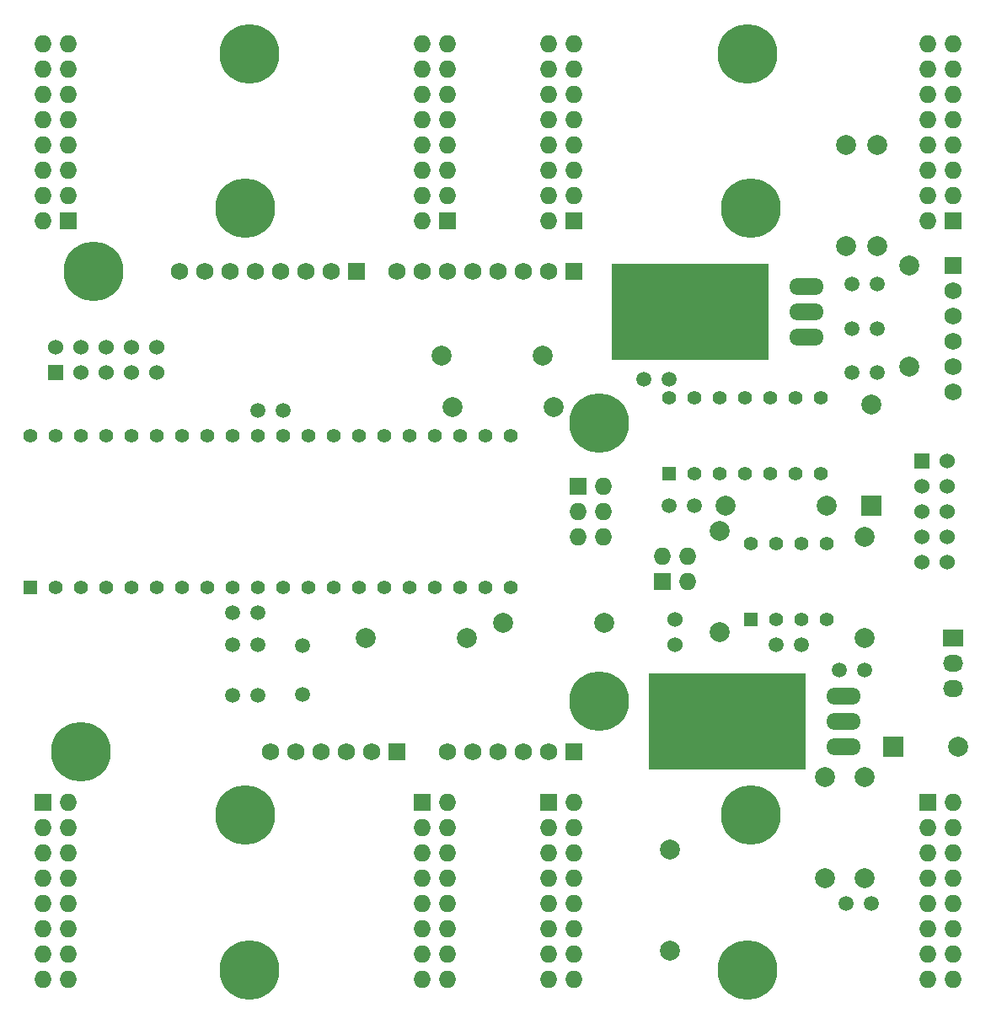
<source format=gts>
%FSLAX46Y46*%
G04 Gerber Fmt 4.6, Leading zero omitted, Abs format (unit mm)*
G04 Created by KiCad (PCBNEW (2014-jul-16 BZR unknown)-product) date Fri 03 Oct 2014 09:52:35 PM PDT*
%MOMM*%
G01*
G04 APERTURE LIST*
%ADD10C,0.150000*%
%ADD11C,1.501140*%
%ADD12C,1.998980*%
%ADD13R,1.998980X1.998980*%
%ADD14C,1.524000*%
%ADD15C,6.000000*%
%ADD16R,2.032000X1.727200*%
%ADD17O,2.032000X1.727200*%
%ADD18R,1.727200X1.727200*%
%ADD19O,1.727200X1.727200*%
%ADD20C,1.727200*%
%ADD21R,1.524000X1.524000*%
%ADD22O,3.500120X1.699260*%
%ADD23R,15.748000X9.652000*%
%ADD24R,1.397000X1.397000*%
%ADD25C,1.397000*%
G04 APERTURE END LIST*
D10*
D11*
X114300000Y-57785000D03*
X111760000Y-57785000D03*
X52070000Y-89535000D03*
X49530000Y-89535000D03*
X111760000Y-53340000D03*
X114300000Y-53340000D03*
X52070000Y-94615000D03*
X49530000Y-94615000D03*
X113030000Y-92075000D03*
X110490000Y-92075000D03*
X111125000Y-115570000D03*
X113665000Y-115570000D03*
X95885000Y-75565000D03*
X93345000Y-75565000D03*
X111760000Y-62230000D03*
X114300000Y-62230000D03*
X93345000Y-62865000D03*
X90805000Y-62865000D03*
X106680000Y-89535000D03*
X104140000Y-89535000D03*
X54610000Y-66040000D03*
X52070000Y-66040000D03*
X52070000Y-86360000D03*
X49530000Y-86360000D03*
D12*
X113665000Y-65405000D03*
D13*
X113665000Y-75565000D03*
D14*
X93980000Y-86995000D03*
X93980000Y-89535000D03*
D15*
X86360000Y-67310000D03*
X35560000Y-52070000D03*
X86360000Y-95250000D03*
X34290000Y-100330000D03*
X50800000Y-106680000D03*
X101200001Y-30199990D03*
X51199999Y-30199990D03*
X101200001Y-122200010D03*
X51199999Y-122200010D03*
X101600000Y-106680000D03*
X50800000Y-45720000D03*
X101600000Y-45720000D03*
D16*
X121920000Y-88900000D03*
D17*
X121920000Y-91440000D03*
X121920000Y-93980000D03*
D18*
X92710000Y-83185000D03*
D19*
X92710000Y-80645000D03*
X95250000Y-83185000D03*
X95250000Y-80645000D03*
D18*
X84201000Y-73660000D03*
D19*
X86741000Y-73660000D03*
X84201000Y-76200000D03*
X86741000Y-76200000D03*
X84201000Y-78740000D03*
X86741000Y-78740000D03*
D18*
X61976000Y-52070000D03*
D20*
X59436000Y-52070000D03*
X56896000Y-52070000D03*
X54356000Y-52070000D03*
X51816000Y-52070000D03*
X49276000Y-52070000D03*
X46736000Y-52070000D03*
X44196000Y-52070000D03*
D18*
X83820000Y-52070000D03*
D20*
X81280000Y-52070000D03*
X78740000Y-52070000D03*
X76200000Y-52070000D03*
X73660000Y-52070000D03*
X71120000Y-52070000D03*
X68580000Y-52070000D03*
X66040000Y-52070000D03*
D18*
X83820000Y-100330000D03*
D20*
X81280000Y-100330000D03*
X78740000Y-100330000D03*
X76200000Y-100330000D03*
X73660000Y-100330000D03*
X71120000Y-100330000D03*
D18*
X66040000Y-100330000D03*
D20*
X63500000Y-100330000D03*
X60960000Y-100330000D03*
X58420000Y-100330000D03*
X55880000Y-100330000D03*
X53340000Y-100330000D03*
D18*
X30480000Y-105410000D03*
D19*
X33020000Y-105410000D03*
X30480000Y-107950000D03*
X33020000Y-107950000D03*
X30480000Y-110490000D03*
X33020000Y-110490000D03*
X30480000Y-113030000D03*
X33020000Y-113030000D03*
X30480000Y-115570000D03*
X33020000Y-115570000D03*
X30480000Y-118110000D03*
X33020000Y-118110000D03*
X30480000Y-120650000D03*
X33020000Y-120650000D03*
X30480000Y-123190000D03*
X33020000Y-123190000D03*
D18*
X68580000Y-105410000D03*
D19*
X71120000Y-105410000D03*
X68580000Y-107950000D03*
X71120000Y-107950000D03*
X68580000Y-110490000D03*
X71120000Y-110490000D03*
X68580000Y-113030000D03*
X71120000Y-113030000D03*
X68580000Y-115570000D03*
X71120000Y-115570000D03*
X68580000Y-118110000D03*
X71120000Y-118110000D03*
X68580000Y-120650000D03*
X71120000Y-120650000D03*
X68580000Y-123190000D03*
X71120000Y-123190000D03*
D21*
X118745000Y-71120000D03*
D14*
X121285000Y-71120000D03*
X118745000Y-73660000D03*
X121285000Y-73660000D03*
X118745000Y-76200000D03*
X121285000Y-76200000D03*
X118745000Y-78740000D03*
X121285000Y-78740000D03*
X118745000Y-81280000D03*
X121285000Y-81280000D03*
D18*
X121920000Y-51435000D03*
D20*
X121920000Y-53975000D03*
X121920000Y-56515000D03*
X121920000Y-59055000D03*
X121920000Y-61595000D03*
X121920000Y-64135000D03*
D18*
X81280000Y-105410000D03*
D19*
X83820000Y-105410000D03*
X81280000Y-107950000D03*
X83820000Y-107950000D03*
X81280000Y-110490000D03*
X83820000Y-110490000D03*
X81280000Y-113030000D03*
X83820000Y-113030000D03*
X81280000Y-115570000D03*
X83820000Y-115570000D03*
X81280000Y-118110000D03*
X83820000Y-118110000D03*
X81280000Y-120650000D03*
X83820000Y-120650000D03*
X81280000Y-123190000D03*
X83820000Y-123190000D03*
D18*
X119380000Y-105410000D03*
D19*
X121920000Y-105410000D03*
X119380000Y-107950000D03*
X121920000Y-107950000D03*
X119380000Y-110490000D03*
X121920000Y-110490000D03*
X119380000Y-113030000D03*
X121920000Y-113030000D03*
X119380000Y-115570000D03*
X121920000Y-115570000D03*
X119380000Y-118110000D03*
X121920000Y-118110000D03*
X119380000Y-120650000D03*
X121920000Y-120650000D03*
X119380000Y-123190000D03*
X121920000Y-123190000D03*
D18*
X71120000Y-46990000D03*
D19*
X68580000Y-46990000D03*
X71120000Y-44450000D03*
X68580000Y-44450000D03*
X71120000Y-41910000D03*
X68580000Y-41910000D03*
X71120000Y-39370000D03*
X68580000Y-39370000D03*
X71120000Y-36830000D03*
X68580000Y-36830000D03*
X71120000Y-34290000D03*
X68580000Y-34290000D03*
X71120000Y-31750000D03*
X68580000Y-31750000D03*
X71120000Y-29210000D03*
X68580000Y-29210000D03*
D18*
X33020000Y-46990000D03*
D19*
X30480000Y-46990000D03*
X33020000Y-44450000D03*
X30480000Y-44450000D03*
X33020000Y-41910000D03*
X30480000Y-41910000D03*
X33020000Y-39370000D03*
X30480000Y-39370000D03*
X33020000Y-36830000D03*
X30480000Y-36830000D03*
X33020000Y-34290000D03*
X30480000Y-34290000D03*
X33020000Y-31750000D03*
X30480000Y-31750000D03*
X33020000Y-29210000D03*
X30480000Y-29210000D03*
D18*
X121920000Y-46990000D03*
D19*
X119380000Y-46990000D03*
X121920000Y-44450000D03*
X119380000Y-44450000D03*
X121920000Y-41910000D03*
X119380000Y-41910000D03*
X121920000Y-39370000D03*
X119380000Y-39370000D03*
X121920000Y-36830000D03*
X119380000Y-36830000D03*
X121920000Y-34290000D03*
X119380000Y-34290000D03*
X121920000Y-31750000D03*
X119380000Y-31750000D03*
X121920000Y-29210000D03*
X119380000Y-29210000D03*
D18*
X83820000Y-46990000D03*
D19*
X81280000Y-46990000D03*
X83820000Y-44450000D03*
X81280000Y-44450000D03*
X83820000Y-41910000D03*
X81280000Y-41910000D03*
X83820000Y-39370000D03*
X81280000Y-39370000D03*
X83820000Y-36830000D03*
X81280000Y-36830000D03*
X83820000Y-34290000D03*
X81280000Y-34290000D03*
X83820000Y-31750000D03*
X81280000Y-31750000D03*
X83820000Y-29210000D03*
X81280000Y-29210000D03*
D21*
X31750000Y-62230000D03*
D14*
X31750000Y-59690000D03*
X34290000Y-62230000D03*
X34290000Y-59690000D03*
X36830000Y-62230000D03*
X36830000Y-59690000D03*
X39370000Y-62230000D03*
X39370000Y-59690000D03*
X41910000Y-62230000D03*
X41910000Y-59690000D03*
D12*
X113030000Y-88900000D03*
X113030000Y-78740000D03*
X111125000Y-49530000D03*
X111125000Y-39370000D03*
X114300000Y-49530000D03*
X114300000Y-39370000D03*
X81724500Y-65659000D03*
X71564500Y-65659000D03*
X99060000Y-75565000D03*
X109220000Y-75565000D03*
X98425000Y-88265000D03*
X98425000Y-78105000D03*
X113030000Y-113030000D03*
X113030000Y-102870000D03*
X117475000Y-51435000D03*
X117475000Y-61595000D03*
X62865000Y-88900000D03*
X73025000Y-88900000D03*
X80645000Y-60515500D03*
X70485000Y-60515500D03*
D13*
X115874800Y-99822000D03*
D12*
X122377200Y-99822000D03*
D22*
X107188000Y-56134000D03*
X107188000Y-58674000D03*
X107188000Y-53594000D03*
D23*
X95504000Y-56134000D03*
D24*
X101600000Y-86995000D03*
D25*
X104140000Y-86995000D03*
X106680000Y-86995000D03*
X109220000Y-86995000D03*
X109220000Y-79375000D03*
X106680000Y-79375000D03*
X104140000Y-79375000D03*
X101600000Y-79375000D03*
D22*
X110871000Y-97282000D03*
X110871000Y-99822000D03*
X110871000Y-94742000D03*
D23*
X99187000Y-97282000D03*
D24*
X29210000Y-83820000D03*
D25*
X31750000Y-83820000D03*
X34290000Y-83820000D03*
X36830000Y-83820000D03*
X39370000Y-83820000D03*
X41910000Y-83820000D03*
X44450000Y-83820000D03*
X46990000Y-83820000D03*
X49530000Y-83820000D03*
X52070000Y-83820000D03*
X54610000Y-83820000D03*
X57150000Y-83820000D03*
X59690000Y-83820000D03*
X62230000Y-83820000D03*
X64770000Y-83820000D03*
X67310000Y-83820000D03*
X69850000Y-83820000D03*
X72390000Y-83820000D03*
X74930000Y-83820000D03*
X77470000Y-83820000D03*
X77470000Y-68580000D03*
X74930000Y-68580000D03*
X72390000Y-68580000D03*
X69850000Y-68580000D03*
X67310000Y-68580000D03*
X64770000Y-68580000D03*
X62230000Y-68580000D03*
X59690000Y-68580000D03*
X57150000Y-68580000D03*
X54610000Y-68580000D03*
X52070000Y-68580000D03*
X49530000Y-68580000D03*
X46990000Y-68580000D03*
X44450000Y-68580000D03*
X41910000Y-68580000D03*
X39370000Y-68580000D03*
X36830000Y-68580000D03*
X34290000Y-68580000D03*
X31750000Y-68580000D03*
X29210000Y-68580000D03*
D11*
X56515000Y-89634060D03*
X56515000Y-94515940D03*
D24*
X93345000Y-72390000D03*
D25*
X95885000Y-72390000D03*
X98425000Y-72390000D03*
X100965000Y-72390000D03*
X103505000Y-72390000D03*
X106045000Y-72390000D03*
X108585000Y-72390000D03*
X108585000Y-64770000D03*
X106045000Y-64770000D03*
X103505000Y-64770000D03*
X100965000Y-64770000D03*
X98425000Y-64770000D03*
X95885000Y-64770000D03*
X93345000Y-64770000D03*
D12*
X86804500Y-87376000D03*
X76644500Y-87376000D03*
X93408500Y-120269000D03*
X93408500Y-110109000D03*
X109029500Y-113030000D03*
X109029500Y-102870000D03*
M02*

</source>
